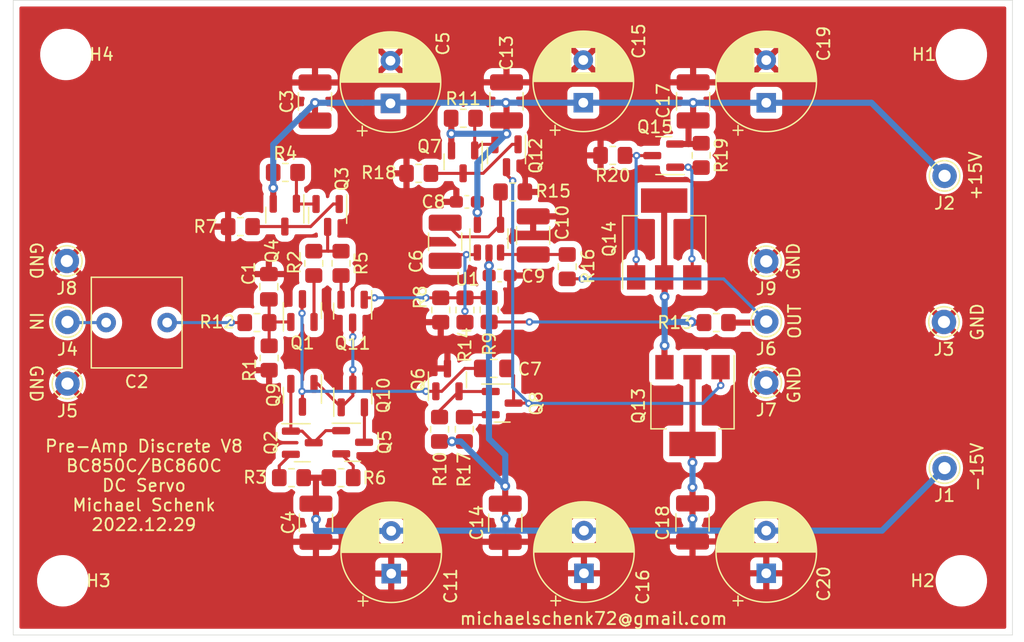
<source format=kicad_pcb>
(kicad_pcb (version 20211014) (generator pcbnew)
  (layers (0 "F.Cu" signal) (31 "B.Cu" signal) (34 "B.Paste" user) (35 "F.Paste" user) (36 "B.SilkS" user "B.Silkscreen") (37 "F.SilkS" user "F.Silkscreen") (38 "B.Mask" user) (39 "F.Mask" user) (44 "Edge.Cuts" user))
  (net 0 "")
  (net 1 "GND")
  (net 2 "+15V")
  (net 3 "Net-(C2-Pad2)")
  (net 4 "Net-(C2-Pad1)")
  (net 5 "-15V")
  (net 6 "Net-(C1-Pad2)")
  (net 7 "Net-(C7-Pad1)")
  (net 8 "Net-(C10-Pad2)")
  (net 9 "Net-(Q3-Pad3)")
  (net 10 "Net-(C7-Pad2)")
  (net 11 "Net-(Q6-Pad2)")
  (net 12 "Net-(Q2-Pad1)")
  (net 13 "Net-(Q3-Pad1)")
  (net 14 "Net-(Q3-Pad2)")
  (net 15 "Net-(C6-Pad2)")
  (net 16 "DCSERVO_OUT")
  (net 17 "DCSERVO_IN")
  (net 18 "Net-(Q1-Pad2)")
  (net 19 "Net-(Q2-Pad2)")
  (net 20 "Net-(Q10-Pad2)")
  (net 21 "Net-(Q5-Pad2)")
  (net 22 "Net-(Q11-Pad2)")
  (net 23 "Net-(Q12-Pad2)")
  (net 24 "Net-(Q12-Pad1)")
  (net 25 "Net-(Q10-Pad1)")
  (net 26 "Net-(Q11-Pad1)")
  (net 27 "Net-(Q13-Pad3)")
  (net 28 "Net-(Q8-Pad2)")
  (net 29 "Net-(Q14-Pad1)")
  (net 30 "Net-(Q14-Pad3)")
  (footprint "Capacitor_THT:C_Rect_L7.2mm_W7.2mm_P5.00mm_FKS2_FKP2_MKS2_MKP2" (layer "F.Cu") (at 134.54 122.3264 180)
    (fp_text reference "C2")
    (fp_text value "2.2uF")
  )
  (footprint "MountingHole:MountingHole_3.2mm_M3" (layer "F.Cu") (at 125.984 143.51)
    (fp_text reference "H3")
    (fp_text value "MountingHole")
  )
  (footprint "Connector_Pin:Pin_D1.0mm_L10.0mm" (layer "F.Cu") (at 126.365 122.2756)
    (fp_text reference "J4")
    (fp_text value "Conn_01x01")
  )
  (footprint "Connector_Pin:Pin_D1.0mm_L10.0mm" (layer "F.Cu") (at 126.365 127.3302)
    (fp_text reference "J5")
    (fp_text value "Conn_01x01")
  )
  (footprint "Package_TO_SOT_SMD:SOT-23" (layer "F.Cu") (at 157.5156 127.0277 90)
    (fp_text reference "Q6")
    (fp_text value "BC850C")
  )
  (footprint "Package_TO_SOT_SMD:SOT-23" (layer "F.Cu") (at 158.8008 109.1415 -90)
    (fp_text reference "Q7")
    (fp_text value "BC860C")
  )
  (footprint "Resistor_SMD:R_0805_2012Metric_Pad1.20x1.40mm_HandSolder" (layer "F.Cu") (at 142.9004 125.2314 -90)
    (fp_text reference "R1")
    (fp_text value "47k")
  )
  (footprint "Resistor_SMD:R_0805_2012Metric_Pad1.20x1.40mm_HandSolder" (layer "F.Cu") (at 146.558 117.4656 -90)
    (fp_text reference "R2")
    (fp_text value "180R")
  )
  (footprint "Resistor_SMD:R_0805_2012Metric_Pad1.20x1.40mm_HandSolder" (layer "F.Cu") (at 144.7292 135.0518)
    (fp_text reference "R3")
    (fp_text value "220R")
  )
  (footprint "Resistor_SMD:R_0805_2012Metric_Pad1.20x1.40mm_HandSolder" (layer "F.Cu") (at 148.7932 117.4656 -90)
    (fp_text reference "R5")
    (fp_text value "180R")
  )
  (footprint "Resistor_SMD:R_0805_2012Metric_Pad1.20x1.40mm_HandSolder" (layer "F.Cu") (at 148.7932 135.0518 180)
    (fp_text reference "R6")
    (fp_text value "220R")
  )
  (footprint "Resistor_SMD:R_0805_2012Metric_Pad1.20x1.40mm_HandSolder" (layer "F.Cu") (at 160.9344 121.2756 90)
    (fp_text reference "R9")
    (fp_text value "10k")
  )
  (footprint "Resistor_SMD:R_0805_2012Metric_Pad1.20x1.40mm_HandSolder" (layer "F.Cu") (at 156.8704 131.08 -90)
    (fp_text reference "R10")
    (fp_text value "1k")
  )
  (footprint "MountingHole:MountingHole_3.2mm_M3" (layer "F.Cu") (at 199.644 143.51)
    (fp_text reference "H2")
    (fp_text value "MountingHole")
  )
  (footprint "MountingHole:MountingHole_3.2mm_M3" (layer "F.Cu") (at 199.644 100.33)
    (fp_text reference "H1")
    (fp_text value "MountingHole")
  )
  (footprint "Resistor_SMD:R_0805_2012Metric_Pad1.20x1.40mm_HandSolder" (layer "F.Cu") (at 158.8168 105.5624)
    (fp_text reference "R11")
    (fp_text value "75R")
  )
  (footprint "MountingHole:MountingHole_3.2mm_M3" (layer "F.Cu") (at 126.238 100.33)
    (fp_text reference "H4")
    (fp_text value "MountingHole")
  )
  (footprint "Resistor_SMD:R_0805_2012Metric_Pad1.20x1.40mm_HandSolder" (layer "F.Cu") (at 156.9659 121.2944 -90)
    (fp_text reference "R8")
    (fp_text value "4.7k")
  )
  (footprint "Connector_Pin:Pin_D1.0mm_L10.0mm" (layer "F.Cu") (at 183.652176 122.2375)
    (fp_text reference "J6")
    (fp_text value "Conn_01x01")
  )
  (footprint "Connector_Pin:Pin_D1.0mm_L10.0mm" (layer "F.Cu") (at 183.652176 127.254)
    (fp_text reference "J7")
    (fp_text value "Conn_01x01")
  )
  (footprint "Resistor_SMD:R_0805_2012Metric_Pad1.20x1.40mm_HandSolder" (layer "F.Cu") (at 179.553376 122.3264 180)
    (fp_text reference "R13")
    (fp_text value "47R")
  )
  (footprint "Package_TO_SOT_SMD:SOT-23" (layer "F.Cu") (at 162.0012 128.9304)
    (fp_text reference "Q8")
    (fp_text value "BC850C")
  )
  (footprint "Capacitor_SMD:C_1210_3225Metric_Pad1.33x2.70mm_HandSolder" (layer "F.Cu") (at 157.3287 115.6931 90)
    (fp_text reference "C6")
    (fp_text value "1uF/16V")
  )
  (footprint "Capacitor_SMD:C_0603_1608Metric_Pad1.08x0.95mm_HandSolder" (layer "F.Cu") (at 159.1078 112.4204)
    (fp_text reference "C8")
    (fp_text value "100nF")
  )
  (footprint "Capacitor_SMD:C_0603_1608Metric_Pad1.08x0.95mm_HandSolder" (layer "F.Cu") (at 161.798 118.4656 180)
    (fp_text reference "C9")
    (fp_text value "100nF")
  )
  (footprint "Capacitor_SMD:C_1210_3225Metric_Pad1.33x2.70mm_HandSolder" (layer "F.Cu") (at 164.5423 115.1759 -90)
    (fp_text reference "C10")
    (fp_text value "1uF/16V")
  )
  (footprint "Connector_Pin:Pin_D1.0mm_L10.0mm" (layer "F.Cu") (at 198.2724 134.2644)
    (fp_text reference "J1")
    (fp_text value "Conn_01x01")
  )
  (footprint "Connector_Pin:Pin_D1.0mm_L10.0mm" (layer "F.Cu") (at 198.2724 110.2868)
    (fp_text reference "J2")
    (fp_text value "Conn_01x01")
  )
  (footprint "Connector_Pin:Pin_D1.0mm_L10.0mm" (layer "F.Cu") (at 198.2216 122.2756)
    (fp_text reference "J3")
    (fp_text value "Conn_01x01")
  )
  (footprint "Package_TO_SOT_SMD:SOT-23" (layer "F.Cu") (at 147.6949 113.5346 -90)
    (fp_text reference "Q3")
    (fp_text value "BC860C")
  )
  (footprint "Package_TO_SOT_SMD:SOT-23" (layer "F.Cu") (at 144.1856 113.5103 -90)
    (fp_text reference "Q4")
    (fp_text value "BC860C")
  )
  (footprint "Resistor_SMD:R_0805_2012Metric_Pad1.20x1.40mm_HandSolder" (layer "F.Cu") (at 144.2306 110.0074)
    (fp_text reference "R4")
    (fp_text value "150R")
  )
  (footprint "Resistor_SMD:R_0805_2012Metric_Pad1.20x1.40mm_HandSolder" (layer "F.Cu") (at 140.5382 114.4524 180)
    (fp_text reference "R7")
    (fp_text value "10k")
  )
  (footprint "Resistor_SMD:R_0805_2012Metric_Pad1.20x1.40mm_HandSolder" (layer "F.Cu") (at 158.9532 121.2944 90)
    (fp_text reference "R14")
    (fp_text value "47k")
  )
  (footprint "Resistor_SMD:R_0805_2012Metric_Pad1.20x1.40mm_HandSolder" (layer "F.Cu") (at 162.8648 111.6076)
    (fp_text reference "R15")
    (fp_text value "160k")
  )
  (footprint "Resistor_SMD:R_0805_2012Metric_Pad1.20x1.40mm_HandSolder" (layer "F.Cu") (at 167.3352 117.7384 90)
    (fp_text reference "R16")
    (fp_text value "160k")
  )
  (footprint "Package_TO_SOT_SMD:TSOT-23-5" (layer "F.Cu") (at 160.9203 115.4411 90)
    (fp_text reference "U1")
    (fp_text value "OPA188xxDBV")
  )
  (footprint "Capacitor_SMD:C_0805_2012Metric_Pad1.18x1.45mm_HandSolder" (layer "F.Cu") (at 161.3115 126.0856 180)
    (fp_text reference "C7")
    (fp_text value "270pF")
  )
  (footprint "Package_TO_SOT_SMD:SOT-23" (layer "F.Cu") (at 145.6284 121.3381 90)
    (fp_text reference "Q1")
    (fp_text value "BC860C")
  )
  (footprint "Package_TO_SOT_SMD:SOT-23" (layer "F.Cu") (at 145.6159 132.1816)
    (fp_text reference "Q2")
    (fp_text value "BC850C")
  )
  (footprint "Package_TO_SOT_SMD:SOT-23" (layer "F.Cu") (at 149.7432 132.1433)
    (fp_text reference "Q5")
    (fp_text value "BC850C")
  )
  (footprint "Package_TO_SOT_SMD:SOT-23" (layer "F.Cu") (at 149.7432 121.3843 -90)
    (fp_text reference "Q11")
    (fp_text value "BC860C")
  )
  (footprint "Resistor_SMD:R_0805_2012Metric_Pad1.20x1.40mm_HandSolder" (layer "F.Cu") (at 171.069776 108.6104 180)
    (fp_text reference "R20")
    (fp_text value "10k")
  )
  (footprint "Package_TO_SOT_SMD:SOT-223-3_TabPin2" (layer "F.Cu") (at 175.284176 115.468 90)
    (fp_text reference "Q14")
    (fp_text value "DZT5401")
  )
  (footprint "Capacitor_THT:CP_Radial_D8.0mm_P3.50mm" (layer "F.Cu") (at 168.7068 142.8952 90)
    (fp_text reference "C16")
    (fp_text value "220uF")
  )
  (footprint "Capacitor_SMD:C_1210_3225Metric_Pad1.33x2.70mm_HandSolder" (layer "F.Cu") (at 177.657776 104.1785 -90)
    (fp_text reference "C17")
    (fp_text value "100nF")
  )
  (footprint "Resistor_SMD:R_0805_2012Metric_Pad1.20x1.40mm_HandSolder" (layer "F.Cu") (at 158.9024 131.08 -90)
    (fp_text reference "R17")
    (fp_text value "56")
  )
  (footprint "Connector_Pin:Pin_D1.0mm_L10.0mm" (layer "F.Cu") (at 126.3142 117.2718)
    (fp_text reference "J8")
    (fp_text value "Conn_01x01")
  )
  (footprint "Package_TO_SOT_SMD:SOT-23" (layer "F.Cu") (at 162.3568 108.6381 -90)
    (fp_text reference "Q12")
    (fp_text value "BC860C")
  )
  (footprint "Capacitor_THT:CP_Radial_D8.0mm_P3.50mm" (layer "F.Cu") (at 152.846212 104.3432 90)
    (fp_text reference "C5")
    (fp_text value "220uF")
  )
  (footprint "Capacitor_SMD:C_1210_3225Metric_Pad1.33x2.70mm_HandSolder" (layer "F.Cu") (at 146.7358 138.7471 -90)
    (fp_text reference "C4")
    (fp_text value "100nF")
  )
  (footprint "Package_TO_SOT_SMD:SOT-23" (layer "F.Cu") (at 175.247076 108.6256 180)
    (fp_text reference "Q15")
    (fp_text value "BC860C")
  )
  (footprint "Resistor_SMD:R_0805_2012Metric_Pad1.20x1.40mm_HandSolder" (layer "F.Cu") (at 178.318176 108.6104 -90)
    (fp_text reference "R19")
    (fp_text value "40.2R")
  )
  (footprint "Capacitor_THT:CP_Radial_D8.0mm_P3.50mm" (layer "F.Cu") (at 183.652176 104.2924 90)
    (fp_text reference "C19")
    (fp_text value "220uF")
  )
  (footprint "Connector_Pin:Pin_D1.0mm_L10.0mm" (layer "F.Cu") (at 183.652176 117.2972)
    (fp_text reference "J9")
    (fp_text value "Conn_01x01")
  )
  (footprint "Capacitor_THT:CP_Radial_D8.0mm_P3.50mm" (layer "F.Cu") (at 168.654107 104.2872 90)
    (fp_text reference "C15")
    (fp_text value "220uF")
  )
  (footprint "Capacitor_SMD:C_1210_3225Metric_Pad1.33x2.70mm_HandSolder" (layer "F.Cu") (at 162.3568 104.1785 -90)
    (fp_text reference "C13")
    (fp_text value "100nF")
  )
  (footprint "Resistor_SMD:R_0805_2012Metric_Pad1.20x1.40mm_HandSolder" (layer "F.Cu") (at 155.1592 110.0836 180)
    (fp_text reference "R18")
    (fp_text value "10k")
  )
  (footprint "Package_TO_SOT_SMD:SOT-23" (layer "F.Cu") (at 149.7584 128.3439 90)
    (fp_text reference "Q10")
    (fp_text value "BC850C")
  )
  (footprint "Capacitor_SMD:C_1210_3225Metric_Pad1.33x2.70mm_HandSolder" (layer "F.Cu") (at 146.6596 104.1908 -90)
    (fp_text reference "C3")
    (fp_text value "100nF")
  )
  (footprint "Resistor_SMD:R_0805_2012Metric_Pad1.20x1.40mm_HandSolder" (layer "F.Cu") (at 141.9004 122.3264)
    (fp_text reference "R12")
    (fp_text value "470R")
  )
  (footprint "Capacitor_SMD:C_1210_3225Metric_Pad1.33x2.70mm_HandSolder" (layer "F.Cu") (at 177.606976 138.7225 -90)
    (fp_text reference "C18")
    (fp_text value "100nF")
  )
  (footprint "Package_TO_SOT_SMD:SOT-223-3_TabPin2" (layer "F.Cu") (at 177.606976 129.134 -90)
    (fp_text reference "Q13")
    (fp_text value "DZT5401")
  )
  (footprint "Capacitor_SMD:C_1210_3225Metric_Pad1.33x2.70mm_HandSolder" (layer "F.Cu") (at 162.2552 138.7471 -90)
    (fp_text reference "C14")
    (fp_text value "100nF")
  )
  (footprint "Capacitor_SMD:C_0805_2012Metric_Pad1.18x1.45mm_HandSolder" (layer "F.Cu") (at 142.875 119.3839 -90)
    (fp_text reference "C1")
    (fp_text value "33p")
  )
  (footprint "Capacitor_THT:CP_Radial_D8.0mm_P3.50mm" (layer "F.Cu") (at 183.652176 142.8952 90)
    (fp_text reference "C20")
    (fp_text value "220uF")
  )
  (footprint "Capacitor_THT:CP_Radial_D8.0mm_P3.50mm" (layer "F.Cu") (at 152.908 142.9206 90)
    (fp_text reference "C11")
    (fp_text value "220uF")
  )
  (footprint "Package_TO_SOT_SMD:SOT-23" (layer "F.Cu") (at 145.6284 128.2931 -90)
    (fp_text reference "Q9")
    (fp_text value "BC850C")
  )
  (gr_line (start 203.835 95.885) (end 121.92 95.885) (layer "Edge.Cuts") (width 0.05))
  (gr_line (start 203.835 147.955) (end 203.835 95.885) (layer "Edge.Cuts") (width 0.05))
  (gr_line (start 121.92 95.885) (end 121.92 96.52) (layer "Edge.Cuts") (width 0.05))
  (gr_line (start 121.92 96.52) (end 121.92 147.955) (layer "Edge.Cuts") (width 0.05))
  (gr_line (start 121.92 147.955) (end 203.835 147.955) (layer "Edge.Cuts") (width 0.05))
  (gr_text "GND" (at 185.928 127.4318 90) (layer "F.SilkS") (effects (font (size 1 1))))
  (gr_text "OUT" (at 185.9788 122.2248 90) (layer "F.SilkS") (effects (font (size 1 1))))
  (gr_text "GND" (at 200.9521 122.2756 90) (layer "F.SilkS") (effects (font (size 1 1))))
  (gr_text "Pre-Amp Discrete V8\nBC850C/BC860C\nDC Servo\nMichael Schenk\n2022.12.29" (at 132.6388 135.6868) (layer "F.SilkS") (effects (font (size 1 1))))
  (gr_text "michaelschenk72@gmail.com" (at 169.4942 146.6088) (layer "F.SilkS") (effects (font (size 1 1))))
  (gr_text "+15V" (at 200.8124 110.2868 90) (layer "F.SilkS") (effects (font (size 1 1))))
  (gr_text "GND" (at 185.8772 117.2972 90) (layer "F.SilkS") (effects (font (size 1 1))))
  (gr_text "IN" (at 123.7996 122.2248 270) (layer "F.SilkS") (effects (font (size 1 1))))
  (gr_text "GND" (at 123.7996 117.2464 270) (layer "F.SilkS") (effects (font (size 1 1))))
  (gr_text "-15V" (at 200.9394 134.1882 90) (layer "F.SilkS") (effects (font (size 1 1))))
  (gr_text "GND" (at 123.7996 127.3302 270) (layer "F.SilkS") (effects (font (size 1 1))))
  (segment (start 162.3568 105.741) (end 162.3568 104.3432) (width 0.5) (layer "F.Cu") (net 2))
  (segment (start 146.6596 104.2924) (end 146.6596 105.7533) (width 0.5) (layer "F.Cu") (net 2))
  (segment (start 157.8356 106.8324) (end 157.8356 108.1888) (width 0.5) (layer "F.Cu") (net 2))
  (segment (start 162.3568 104.3432) (end 162.3008 104.2872) (width 0.5) (layer "F.Cu") (net 2))
  (segment (start 157.8356 106.8324) (end 157.8356 105.5812) (width 0.5) (layer "F.Cu") (net 2))
  (segment (start 143.2356 111.2724) (end 143.2356 110.0124) (width 0.5) (layer "F.Cu") (net 2))
  (segment (start 177.657776 105.741) (end 177.657776 104.2924) (width 0.5) (layer "F.Cu") (net 2))
  (segment (start 162.3568 105.741) (end 162.3568 106.8324) (width 0.5) (layer "F.Cu") (net 2))
  (segment (start 177.281776 107.6756) (end 177.281776 106.117) (width 0.5) (layer "F.Cu") (net 2))
  (segment (start 159.9703 114.3036) (end 159.9703 113.2829) (width 0.5) (layer "F.Cu") (net 2))
  (segment (start 143.2356 112.5728) (end 143.2356 111.2724) (width 0.5) (layer "F.Cu") (net 2))
  (segment (start 177.281776 107.6756) (end 178.252976 107.6756) (width 0.5) (layer "F.Cu") (net 2))
  (segment (start 159.9703 113.2829) (end 159.9703 112.4204) (width 0.5) (layer "F.Cu") (net 2))
  (segment (start 176.184576 107.6756) (end 177.281776 107.6756) (width 0.5) (layer "F.Cu") (net 2))
  (via (at 157.8356 106.8324) (size 0.8) (drill 0.4) (layers "F.Cu" "B.Cu") (net 2))
  (via (at 143.2356 111.2724) (size 0.8) (drill 0.4) (layers "F.Cu" "B.Cu") (net 2))
  (via (at 146.6596 104.2924) (size 0.8) (drill 0.4) (layers "F.Cu" "B.Cu") (net 2))
  (via (at 159.9703 113.2829) (size 0.8) (drill 0.4) (layers "F.Cu" "B.Cu") (net 2))
  (via (at 162.3008 104.2872) (size 0.8) (drill 0.4) (layers "F.Cu" "B.Cu") (net 2))
  (via (at 162.3568 106.8324) (size 0.8) (drill 0.4) (layers "F.Cu" "B.Cu") (net 2))
  (via (at 177.657776 104.2924) (size 0.8) (drill 0.4) (layers "F.Cu" "B.Cu") (net 2))
  (segment (start 177.652576 104.2872) (end 168.654107 104.2872) (width 0.5) (layer "B.Cu") (net 2))
  (segment (start 177.657776 104.2924) (end 177.652576 104.2872) (width 0.5) (layer "B.Cu") (net 2))
  (segment (start 162.3008 104.2872) (end 150.5764 104.2872) (width 0.5) (layer "B.Cu") (net 2))
  (segment (start 168.654107 104.2872) (end 162.3008 104.2872) (width 0.5) (layer "B.Cu") (net 2))
  (segment (start 162.3568 106.8324) (end 157.8356 106.8324) (width 0.5) (layer "B.Cu") (net 2))
  (segment (start 143.2356 111.2724) (end 143.2356 107.7164) (width 0.5) (layer "B.Cu") (net 2))
  (segment (start 143.2356 107.7164) (end 146.6596 104.2924) (width 0.5) (layer "B.Cu") (net 2))
  (segment (start 159.9703 109.2189) (end 162.3568 106.8324) (width 0.5) (layer "B.Cu") (net 2))
  (segment (start 150.5764 104.2872) (end 150.5712 104.2924) (width 0.5) (layer "B.Cu") (net 2))
  (segment (start 150.5712 104.2924) (end 146.6596 104.2924) (width 0.5) (layer "B.Cu") (net 2))
  (segment (start 183.652176 104.2924) (end 177.657776 104.2924) (width 0.5) (layer "B.Cu") (net 2))
  (segment (start 183.652176 104.2924) (end 192.278 104.2924) (width 0.5) (layer "B.Cu") (net 2))
  (segment (start 192.278 104.2924) (end 198.2724 110.2868) (width 0.5) (layer "B.Cu") (net 2))
  (segment (start 159.9703 113.2829) (end 159.9703 109.2189) (width 0.5) (layer "B.Cu") (net 2))
  (segment (start 129.54 122.3264) (end 126.4158 122.3264) (width 0.25) (layer "B.Cu") (net 3))
  (segment (start 140.9004 122.3264) (end 139.8016 122.3264) (width 0.25) (layer "F.Cu") (net 4))
  (via (at 139.8016 122.3264) (size 0.6) (drill 0.3) (layers "F.Cu" "B.Cu") (net 4))
  (segment (start 139.8016 122.3264) (end 134.54 122.3264) (width 0.25) (layer "B.Cu") (net 4))
  (segment (start 146.7358 138.4808) (end 146.7358 137.1846) (width 0.5) (layer "F.Cu") (net 5))
  (segment (start 146.7358 135.0518) (end 145.7292 135.0518) (width 0.5) (layer "F.Cu") (net 5))
  (segment (start 160.9203 117.6669) (end 160.9203 118.4504) (width 0.5) (layer "F.Cu") (net 5))
  (segment (start 177.606976 132.284) (end 177.606976 125.984) (width 0.5) (layer "F.Cu") (net 5))
  (segment (start 146.7358 137.1846) (end 146.7358 135.0518) (width 0.5) (layer "F.Cu") (net 5))
  (segment (start 177.606976 133.8072) (end 177.606976 132.284) (width 0.5) (layer "F.Cu") (net 5))
  (segment (start 162.2552 137.1846) (end 162.2552 138.43) (width 0.5) (layer "F.Cu") (net 5))
  (segment (start 160.9203 116.5786) (end 160.9203 117.6669) (width 0.5) (layer "F.Cu") (net 5))
  (segment (start 177.606976 137.16) (end 177.606976 138.43) (width 0.5) (layer "F.Cu") (net 5))
  (segment (start 147.7932 135.0518) (end 146.7358 135.0518) (width 0.5) (layer "F.Cu") (net 5))
  (segment (start 177.606976 137.16) (end 177.606976 135.8392) (width 0.5) (layer "F.Cu") (net 5))
  (segment (start 162.2552 138.43) (end 162.2806 138.4554) (width 0.5) (layer "F.Cu") (net 5))
  (segment (start 158.9024 132.08) (end 157.8864 132.08) (width 0.5) (layer "F.Cu") (net 5))
  (segment (start 162.2552 137.1846) (end 162.2552 135.7376) (width 0.5) (layer "F.Cu") (net 5))
  (segment (start 157.8864 132.08) (end 156.8704 132.08) (width 0.5) (layer "F.Cu") (net 5))
  (via (at 162.2552 135.7376) (size 0.8) (drill 0.4) (layers "F.Cu" "B.Cu") (net 5))
  (via (at 177.606976 138.43) (size 0.8) (drill 0.4) (layers "F.Cu" "B.Cu") (net 5))
  (via (at 160.9203 117.6669) (size 0.8) (drill 0.4) (layers "F.Cu" "B.Cu") (net 5))
  (via (at 177.606976 135.8392) (size 0.8) (drill 0.4) (layers "F.Cu" "B.Cu") (net 5))
  (via (at 162.2806 138.4554) (size 0.8) (drill 0.4) (layers "F.Cu" "B.Cu") (net 5))
  (via (at 146.7358 138.4808) (size 0.8) (drill 0.4) (layers "F.Cu" "B.Cu") (net 5))
  (via (at 177.606976 133.8072) (size 0.8) (drill 0.4) (layers "F.Cu" "B.Cu") (net 5))
  (via (at 157.8864 132.08) (size 0.8) (drill 0.4) (layers "F.Cu" "B.Cu") (net 5))
  (segment (start 158.5976 132.08) (end 157.8864 132.08) (width 0.5) (layer "B.Cu") (net 5))
  (segment (start 177.606976 138.43) (end 177.606976 139.192) (width 0.5) (layer "B.Cu") (net 5))
  (segment (start 177.403776 139.3952) (end 168.7068 139.3952) (width 0.5) (layer "B.Cu") (net 5))
  (segment (start 183.652176 139.3952) (end 177.403776 139.3952) (width 0.5) (layer "B.Cu") (net 5))
  (segment (start 168.7068 139.3952) (end 162.2806 139.3952) (width 0.5) (layer "B.Cu") (net 5))
  (segment (start 162.2552 133.1976) (end 162.2552 135.7376) (width 0.5) (layer "B.Cu") (net 5))
  (segment (start 162.2806 138.4554) (end 162.2806 139.3952) (width 0.5) (layer "B.Cu") (net 5))
  (segment (start 160.9203 131.8627) (end 162.2552 133.1976) (width 0.5) (layer "B.Cu") (net 5))
  (segment (start 193.1416 139.3952) (end 198.2724 134.2644) (width 0.5) (layer "B.Cu") (net 5))
  (segment (start 162.2552 135.7376) (end 158.5976 132.08) (width 0.5) (layer "B.Cu") (net 5))
  (segment (start 177.606976 139.192) (end 177.403776 139.3952) (width 0.5) (layer "B.Cu") (net 5))
  (segment (start 183.652176 139.3952) (end 193.1416 139.3952) (width 0.5) (layer "B.Cu") (net 5))
  (segment (start 177.606976 135.8392) (end 177.606976 133.8072) (width 0.5) (layer "B.Cu") (net 5))
  (segment (start 162.2806 139.3952) (end 152.9334 139.3952) (width 0.5) (layer "B.Cu") (net 5))
  (segment (start 146.7358 139.4206) (end 146.7358 138.4808) (width 0.5) (layer "B.Cu") (net 5))
  (segment (start 152.908 139.4206) (end 146.7358 139.4206) (width 0.5) (layer "B.Cu") (net 5))
  (segment (start 160.9203 117.6669) (end 160.9203 131.8627) (width 0.5) (layer "B.Cu") (net 5))
  (segment (start 142.9004 122.3264) (end 142.9004 120.4468) (width 0.25) (layer "F.Cu") (net 6))
  (segment (start 142.9004 124.2314) (end 142.9004 122.3264) (width 0.25) (layer "F.Cu") (net 6))
  (segment (start 144.6784 122.2756) (end 142.9512 122.2756) (width 0.25) (layer "F.Cu") (net 6))
  (segment (start 164.1602 128.9304) (end 164.1856 128.9558) (width 0.25) (layer "F.Cu") (net 7))
  (segment (start 162.9387 126.6753) (end 162.349 126.0856) (width 0.25) (layer "F.Cu") (net 7))
  (segment (start 162.9387 128.9304) (end 162.9387 126.6753) (width 0.25) (layer "F.Cu") (net 7))
  (segment (start 162.3568 110.1852) (end 162.8648 110.6932) (width 0.25) (layer "F.Cu") (net 7))
  (segment (start 179.918376 127.4826) (end 179.918376 125.9954) (width 0.25) (layer "F.Cu") (net 7))
  (segment (start 162.9387 128.9304) (end 164.1602 128.9304) (width 0.25) (layer "F.Cu") (net 7))
  (via (at 179.918376 127.4826) (size 0.6) (drill 0.3) (layers "F.Cu" "B.Cu") (net 7))
  (via (at 162.8648 110.6932) (size 0.6) (drill 0.3) (layers "F.Cu" "B.Cu") (net 7))
  (via (at 164.1856 128.9558) (size 0.6) (drill 0.3) (layers "F.Cu" "B.Cu") (net 7))
  (segment (start 178.445176 128.9558) (end 179.918376 127.4826) (width 0.25) (layer "B.Cu") (net 7))
  (segment (start 162.8648 110.6932) (end 162.8648 127.635) (width 0.25) (layer "B.Cu") (net 7))
  (segment (start 164.1856 128.9558) (end 178.445176 128.9558) (width 0.25) (layer "B.Cu") (net 7))
  (segment (start 162.8648 127.635) (end 164.1856 128.9558) (width 0.25) (layer "B.Cu") (net 7))
  (segment (start 167.3352 116.7384) (end 164.5423 116.7384) (width 0.25) (layer "F.Cu") (net 8))
  (segment (start 164.5423 116.7384) (end 161.883 116.7384) (width 0.25) (layer "F.Cu") (net 8))
  (segment (start 148.7932 116.4656) (end 147.7584 116.4656) (width 0.25) (layer "F.Cu") (net 9))
  (segment (start 147.6949 116.4021) (end 147.7584 116.4656) (width 0.25) (layer "F.Cu") (net 9))
  (segment (start 147.7584 116.4656) (end 146.558 116.4656) (width 0.25) (layer "F.Cu") (net 9))
  (segment (start 147.6949 114.4721) (end 147.6949 116.4021) (width 0.25) (layer "F.Cu") (net 9))
  (segment (start 156.5656 127.9652) (end 157.049851 127.9652) (width 0.25) (layer "F.Cu") (net 10))
  (segment (start 145.6284 129.2306) (end 145.6284 128.0008) (width 0.25) (layer "F.Cu") (net 10))
  (segment (start 155.7528 127.9652) (end 156.5656 127.9652) (width 0.25) (layer "F.Cu") (net 10))
  (segment (start 145.5928 121.5644) (end 145.5928 120.4362) (width 0.25) (layer "F.Cu") (net 10))
  (segment (start 158.929451 126.0856) (end 160.274 126.0856) (width 0.25) (layer "F.Cu") (net 10))
  (segment (start 145.6284 128.0008) (end 145.5928 127.9652) (width 0.25) (layer "F.Cu") (net 10))
  (segment (start 157.049851 127.9652) (end 158.929451 126.0856) (width 0.25) (layer "F.Cu") (net 10))
  (via (at 155.7528 127.9652) (size 0.6) (drill 0.3) (layers "F.Cu" "B.Cu") (net 10))
  (via (at 145.5928 127.9652) (size 0.6) (drill 0.3) (layers "F.Cu" "B.Cu") (net 10))
  (via (at 145.5928 121.5644) (size 0.6) (drill 0.3) (layers "F.Cu" "B.Cu") (net 10))
  (segment (start 145.5928 127.9652) (end 145.5928 121.5644) (width 0.25) (layer "B.Cu") (net 10))
  (segment (start 145.5928 127.9652) (end 155.7528 127.9652) (width 0.25) (layer "B.Cu") (net 10))
  (segment (start 158.4656 127.9652) (end 156.8704 129.5604) (width 0.25) (layer "F.Cu") (net 11))
  (segment (start 161.0637 127.9804) (end 158.4808 127.9804) (width 0.25) (layer "F.Cu") (net 11))
  (segment (start 156.8704 129.5604) (end 156.8704 130.08) (width 0.25) (layer "F.Cu") (net 11))
  (segment (start 144.6784 127.3556) (end 144.6784 131.2316) (width 0.25) (layer "F.Cu") (net 12))
  (segment (start 145.6034 131.2316) (end 146.5534 132.1816) (width 0.25) (layer "F.Cu") (net 12))
  (segment (start 144.6784 131.2316) (end 145.6034 131.2316) (width 0.25) (layer "F.Cu") (net 12))
  (segment (start 147.5417 131.1933) (end 146.5534 132.1816) (width 0.25) (layer "F.Cu") (net 12))
  (segment (start 148.8057 131.1933) (end 147.5417 131.1933) (width 0.25) (layer "F.Cu") (net 12))
  (segment (start 148.154151 112.5971) (end 148.6449 112.5971) (width 0.25) (layer "F.Cu") (net 13))
  (segment (start 144.1856 114.4478) (end 141.5428 114.4478) (width 0.25) (layer "F.Cu") (net 13))
  (segment (start 144.1856 114.4478) (end 146.303451 114.4478) (width 0.25) (layer "F.Cu") (net 13))
  (segment (start 146.303451 114.4478) (end 148.154151 112.5971) (width 0.25) (layer "F.Cu") (net 13))
  (segment (start 146.7449 112.5971) (end 145.1599 112.5971) (width 0.25) (layer "F.Cu") (net 14))
  (segment (start 145.1356 112.5728) (end 145.1356 110.1024) (width 0.25) (layer "F.Cu") (net 14))
  (segment (start 161.8703 114.3036) (end 161.8703 111.6131) (width 0.25) (layer "F.Cu") (net 15))
  (segment (start 161.8703 114.3036) (end 160.8828 115.2911) (width 0.25) (layer "F.Cu") (net 15))
  (segment (start 158.4892 115.2911) (end 157.3287 114.1306) (width 0.25) (layer "F.Cu") (net 15))
  (segment (start 160.8828 115.2911) (end 158.4892 115.2911) (width 0.25) (layer "F.Cu") (net 15))
  (segment (start 159.0686 116.7511) (end 157.8332 116.7511) (width 0.25) (layer "F.Cu") (net 16))
  (segment (start 158.9532 122.2944) (end 158.9532 121.3939) (width 0.25) (layer "F.Cu") (net 16))
  (segment (start 159.9703 116.7511) (end 159.0686 116.7511) (width 0.25) (layer "F.Cu") (net 16))
  (via (at 159.0686 116.7511) (size 0.6) (drill 0.3) (layers "F.Cu" "B.Cu") (net 16))
  (via (at 158.9532 121.3939) (size 0.6) (drill 0.3) (layers "F.Cu" "B.Cu") (net 16))
  (segment (start 158.9532 121.3939) (end 158.9532 116.8665) (width 0.25) (layer "B.Cu") (net 16))
  (segment (start 158.9532 116.8665) (end 159.0686 116.7511) (width 0.25) (layer "B.Cu") (net 16))
  (segment (start 167.3352 118.7384) (end 168.5478 118.7384) (width 0.25) (layer "F.Cu") (net 17))
  (segment (start 180.553376 122.3264) (end 183.563276 122.3264) (width 0.5) (layer "F.Cu") (net 17))
  (segment (start 168.5478 118.7384) (end 168.5544 118.745) (width 0.25) (layer "F.Cu") (net 17))
  (via (at 168.5544 118.745) (size 0.6) (drill 0.3) (layers "F.Cu" "B.Cu") (net 17))
  (segment (start 180.159676 118.745) (end 183.652176 122.2375) (width 0.25) (layer "B.Cu") (net 17))
  (segment (start 168.5544 118.745) (end 180.159676 118.745) (width 0.25) (layer "B.Cu") (net 17))
  (segment (start 146.5784 122.2756) (end 146.5784 118.486) (width 0.25) (layer "F.Cu") (net 18))
  (segment (start 143.7292 134.0808) (end 144.6784 133.1316) (width 0.25) (layer "F.Cu") (net 19))
  (segment (start 143.7292 135.0518) (end 143.7292 134.0808) (width 0.25) (layer "F.Cu") (net 19))
  (segment (start 150.7084 129.2814) (end 150.7084 132.1156) (width 0.25) (layer "F.Cu") (net 20))
  (segment (start 149.7932 135.0518) (end 149.7932 134.0808) (width 0.25) (layer "F.Cu") (net 21))
  (segment (start 149.7932 134.0808) (end 148.8057 133.0933) (width 0.25) (layer "F.Cu") (net 21))
  (segment (start 148.7932 120.4468) (end 148.7932 118.4656) (width 0.25) (layer "F.Cu") (net 22))
  (segment (start 161.4068 107.7006) (end 160.2542 107.7006) (width 0.25) (layer "F.Cu") (net 23))
  (segment (start 160.2542 107.7006) (end 159.7508 108.204) (width 0.25) (layer "F.Cu") (net 23))
  (segment (start 159.7508 108.204) (end 159.7508 105.6284) (width 0.25) (layer "F.Cu") (net 23))
  (segment (start 156.1592 110.0836) (end 158.7962 110.0836) (width 0.25) (layer "F.Cu") (net 24))
  (segment (start 163.3068 107.7006) (end 162.822549 107.7006) (width 0.25) (layer "F.Cu") (net 24))
  (segment (start 162.822549 107.7006) (end 160.444149 110.079) (width 0.25) (layer "F.Cu") (net 24))
  (segment (start 160.444149 110.079) (end 158.8008 110.079) (width 0.25) (layer "F.Cu") (net 24))
  (segment (start 149.7584 127.4064) (end 149.7584 128.3314) (width 0.25) (layer "F.Cu") (net 25))
  (segment (start 149.7584 128.3314) (end 148.8084 129.2814) (width 0.25) (layer "F.Cu") (net 25))
  (segment (start 146.8826 127.3556) (end 148.8084 129.2814) (width 0.25) (layer "F.Cu") (net 25))
  (segment (start 146.5784 127.3556) (end 146.8826 127.3556) (width 0.25) (layer "F.Cu") (net 25))
  (segment (start 149.7584 123.4948) (end 149.7584 122.337) (width 0.25) (layer "F.Cu") (net 25))
  (segment (start 149.7584 127.4064) (end 149.7584 126.1872) (width 0.25) (layer "F.Cu") (net 25))
  (via (at 149.7584 126.1872) (size 0.6) (drill 0.3) (layers "F.Cu" "B.Cu") (net 25))
  (via (at 149.7584 123.4948) (size 0.6) (drill 0.3) (layers "F.Cu" "B.Cu") (net 25))
  (segment (start 149.7584 126.1872) (end 149.7584 123.4948) (width 0.25) (layer "B.Cu") (net 25))
  (segment (start 151.5364 120.2944) (end 150.8456 120.2944) (width 0.25) (layer "F.Cu") (net 26))
  (segment (start 160.9344 120.2756) (end 158.972 120.2756) (width 0.25) (layer "F.Cu") (net 26))
  (segment (start 158.9532 120.2944) (end 156.9659 120.2944) (width 0.25) (layer "F.Cu") (net 26))
  (segment (start 156.9659 120.2944) (end 155.7528 120.2944) (width 0.25) (layer "F.Cu") (net 26))
  (via (at 155.7528 120.2944) (size 0.6) (drill 0.3) (layers "F.Cu" "B.Cu") (net 26))
  (via (at 151.5364 120.2944) (size 0.6) (drill 0.3) (layers "F.Cu" "B.Cu") (net 26))
  (segment (start 155.7528 120.2944) (end 151.5364 120.2944) (width 0.25) (layer "B.Cu") (net 26))
  (segment (start 175.306976 125.984) (end 175.306976 124.22) (width 0.5) (layer "F.Cu") (net 27))
  (segment (start 177.556176 122.3264) (end 177.505376 122.2756) (width 0.5) (layer "F.Cu") (net 27))
  (segment (start 160.9344 122.2756) (end 164.2364 122.2756) (width 0.25) (layer "F.Cu") (net 27))
  (segment (start 175.306976 124.22) (end 175.320976 124.206) (width 0.5) (layer "F.Cu") (net 27))
  (segment (start 175.284176 118.618) (end 175.284176 112.318) (width 0.5) (layer "F.Cu") (net 27))
  (segment (start 178.553376 122.3264) (end 177.556176 122.3264) (width 0.5) (layer "F.Cu") (net 27))
  (segment (start 175.320976 120.1928) (end 175.320976 118.6548) (width 0.5) (layer "F.Cu") (net 27))
  (via (at 175.320976 120.1928) (size 0.8) (drill 0.4) (layers "F.Cu" "B.Cu") (net 27))
  (via (at 175.320976 124.206) (size 0.8) (drill 0.4) (layers "F.Cu" "B.Cu") (net 27))
  (via (at 164.2364 122.2756) (size 0.6) (drill 0.3) (layers "F.Cu" "B.Cu") (net 27))
  (via (at 177.505376 122.2756) (size 0.8) (drill 0.4) (layers "F.Cu" "B.Cu") (net 27))
  (segment (start 175.320976 124.206) (end 175.320976 122.3772) (width 0.5) (layer "B.Cu") (net 27))
  (segment (start 175.320976 122.3772) (end 175.320976 120.1928) (width 0.5) (layer "B.Cu") (net 27))
  (segment (start 175.422576 122.2756) (end 175.320976 122.3772) (width 0.5) (layer "B.Cu") (net 27))
  (segment (start 177.505376 122.2756) (end 175.422576 122.2756) (width 0.5) (layer "B.Cu") (net 27))
  (segment (start 164.2364 122.2756) (end 175.422576 122.2756) (width 0.25) (layer "B.Cu") (net 27))
  (segment (start 161.0637 129.8804) (end 159.102 129.8804) (width 0.25) (layer "F.Cu") (net 28))
  (segment (start 172.984176 118.618) (end 172.984176 117.1448) (width 0.25) (layer "F.Cu") (net 29))
  (segment (start 173.019776 108.6256) (end 172.084976 108.6256) (width 0.25) (layer "F.Cu") (net 29))
  (segment (start 174.309576 108.6256) (end 173.019776 108.6256) (width 0.25) (layer "F.Cu") (net 29))
  (via (at 173.019776 108.6256) (size 0.6) (drill 0.3) (layers "F.Cu" "B.Cu") (net 29))
  (via (at 172.984176 117.1448) (size 0.6) (drill 0.3) (layers "F.Cu" "B.Cu") (net 29))
  (segment (start 172.984176 117.1448) (end 172.984176 108.6612) (width 0.25) (layer "B.Cu") (net 29))
  (segment (start 172.984176 108.6612) (end 173.019776 108.6256) (width 0.25) (layer "B.Cu") (net 29))
  (segment (start 177.584176 117.122) (end 177.556176 117.094) (width 0.25) (layer "F.Cu") (net 30))
  (segment (start 176.184576 109.5756) (end 177.251376 109.5756) (width 0.25) (layer "F.Cu") (net 30))
  (segment (start 177.584176 118.618) (end 177.584176 117.122) (width 0.25) (layer "F.Cu") (net 30))
  (segment (start 177.251376 109.5756) (end 178.283376 109.5756) (width 0.25) (layer "F.Cu") (net 30))
  (via (at 177.556176 117.094) (size 0.6) (drill 0.3) (layers "F.Cu" "B.Cu") (net 30))
  (via (at 177.251376 109.5756) (size 0.6) (drill 0.3) (layers "F.Cu" "B.Cu") (net 30))
  (segment (start 177.556176 117.094) (end 177.556176 109.8804) (width 0.25) (layer "B.Cu") (net 30))
  (segment (start 177.556176 109.8804) (end 177.251376 109.5756) (width 0.25) (layer "B.Cu") (net 30))
  (zone (net 1) (net_name "GND") (layer "F.Cu") (connect_pads (clearance 0.508)) (min_thickness 0.254) (fill yes (thermal_gap 0.508) (thermal_bridge_width 0.508))
    (polygon (pts (xy 203.835 147.955) (xy 121.92 147.955) (xy 121.92 95.885) (xy 203.835 95.885)))
  )
)
</source>
